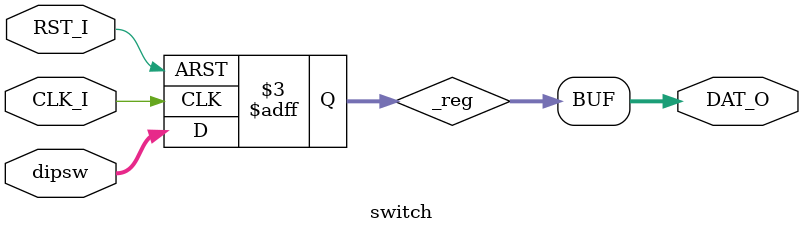
<source format=v>
`timescale 1ns / 1ps
module switch(
	CLK_I,RST_I,
	dipsw,
	DAT_O
   );
	input CLK_I,RST_I;
	input[31:0]dipsw;
	output[31:0]DAT_O;
	
	reg[31:0]_reg;
	
	assign DAT_O = _reg;
	
	initial _reg <= 0;
	
	always@(posedge CLK_I or posedge RST_I)begin
		if(RST_I)
			_reg <= 0;
		else 
			_reg <= dipsw;
	end

endmodule

</source>
